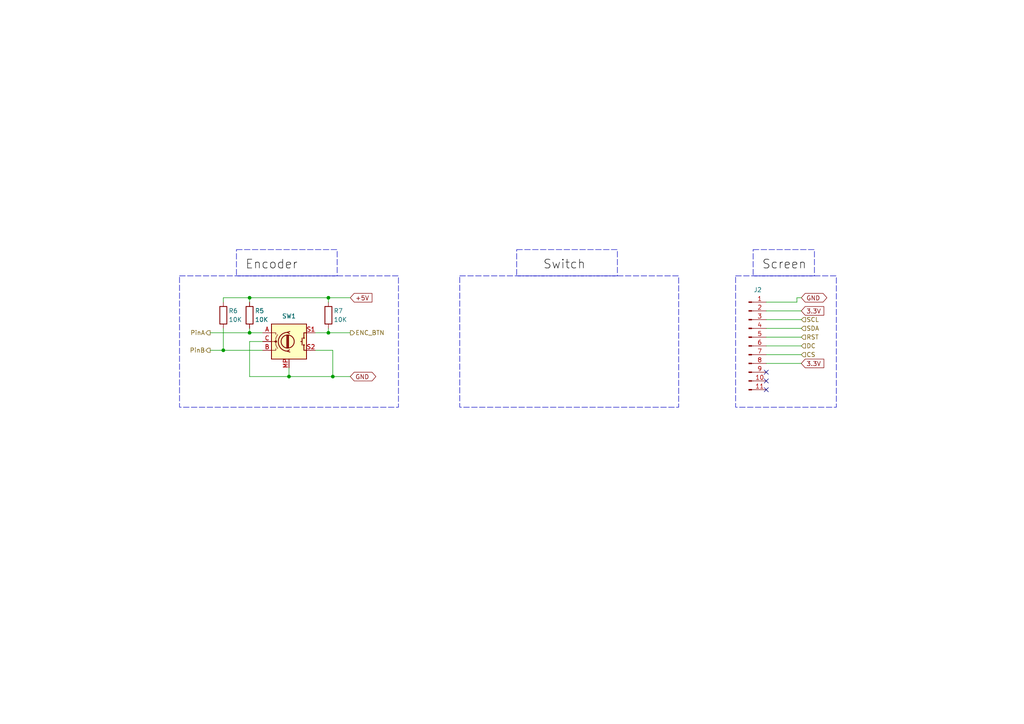
<source format=kicad_sch>
(kicad_sch (version 20250114) (generator "eeschema") (generator_version "9.0")
  (paper "A4")
  (title_block (date "2025-04-03") (rev "0.1") (company "Sounds Like Tim"))
  (lib_symbols
    (symbol "Connector:Conn_01x11_Pin" (pin_names (offset 1.016) (hide yes))
      (property "Reference" "J" (at 0 15.24 0))
      (property "Value" "Conn_01x11_Pin" (at 0 -15.24 0))
      (symbol "Conn_01x11_Pin_1_1"
        (rectangle (start 0.8636 12.827) (end 0 12.573) (stroke (width 0.1524)) (fill (type outline)))
        (rectangle (start 0.8636 10.287) (end 0 10.033) (stroke (width 0.1524)) (fill (type outline)))
        (rectangle (start 0.8636 7.747) (end 0 7.493) (stroke (width 0.1524)) (fill (type outline)))
        (rectangle (start 0.8636 5.207) (end 0 4.953) (stroke (width 0.1524)) (fill (type outline)))
        (rectangle (start 0.8636 2.667) (end 0 2.413) (stroke (width 0.1524)) (fill (type outline)))
        (rectangle (start 0.8636 0.127) (end 0 -0.127) (stroke (width 0.1524)) (fill (type outline)))
        (rectangle (start 0.8636 -2.413) (end 0 -2.667) (stroke (width 0.1524)) (fill (type outline)))
        (rectangle (start 0.8636 -4.953) (end 0 -5.207) (stroke (width 0.1524)) (fill (type outline)))
        (rectangle (start 0.8636 -7.493) (end 0 -7.747) (stroke (width 0.1524)) (fill (type outline)))
        (rectangle (start 0.8636 -10.033) (end 0 -10.287) (stroke (width 0.1524)) (fill (type outline)))
        (rectangle (start 0.8636 -12.573) (end 0 -12.827) (stroke (width 0.1524)) (fill (type outline)))
        (polyline (pts (xy 1.27 12.7) (xy 0.8636 12.7)) (stroke (width 0.1524)))
        (polyline (pts (xy 1.27 10.16) (xy 0.8636 10.16)) (stroke (width 0.1524)))
        (polyline (pts (xy 1.27 7.62) (xy 0.8636 7.62)) (stroke (width 0.1524)))
        (polyline (pts (xy 1.27 5.08) (xy 0.8636 5.08)) (stroke (width 0.1524)))
        (polyline (pts (xy 1.27 2.54) (xy 0.8636 2.54)) (stroke (width 0.1524)))
        (polyline (pts (xy 1.27 0) (xy 0.8636 0)) (stroke (width 0.1524)))
        (polyline (pts (xy 1.27 -2.54) (xy 0.8636 -2.54)) (stroke (width 0.1524)))
        (polyline (pts (xy 1.27 -5.08) (xy 0.8636 -5.08)) (stroke (width 0.1524)))
        (polyline (pts (xy 1.27 -7.62) (xy 0.8636 -7.62)) (stroke (width 0.1524)))
        (polyline (pts (xy 1.27 -10.16) (xy 0.8636 -10.16)) (stroke (width 0.1524)))
        (polyline (pts (xy 1.27 -12.7) (xy 0.8636 -12.7)) (stroke (width 0.1524)))
        (pin passive line (at 5.08 12.7 180) (length 3.81) (name "Pin_1") (number "1"))
        (pin passive line (at 5.08 10.16 180) (length 3.81) (name "Pin_2") (number "2"))
        (pin passive line (at 5.08 7.62 180) (length 3.81) (name "Pin_3") (number "3"))
        (pin passive line (at 5.08 5.08 180) (length 3.81) (name "Pin_4") (number "4"))
        (pin passive line (at 5.08 2.54 180) (length 3.81) (name "Pin_5") (number "5"))
        (pin passive line (at 5.08 0 180) (length 3.81) (name "Pin_6") (number "6"))
        (pin passive line (at 5.08 -2.54 180) (length 3.81) (name "Pin_7") (number "7"))
        (pin passive line (at 5.08 -5.08 180) (length 3.81) (name "Pin_8") (number "8"))
        (pin passive line (at 5.08 -7.62 180) (length 3.81) (name "Pin_9") (number "9"))
        (pin passive line (at 5.08 -10.16 180) (length 3.81) (name "Pin_10") (number "10"))
        (pin passive line (at 5.08 -12.7 180) (length 3.81) (name "Pin_11") (number "11"))
      )
    )
    (symbol "Device:R" (pin_numbers (hide yes)) (pin_names (offset 0))
      (property "Reference" "R" (at 2.032 0 90))
      (property "Value" "R" (at 0 0 90))
      (symbol "R_0_1"
        (rectangle (start -1.016 -2.54) (end 1.016 2.54) (stroke (width 0.254)))
      )
      (symbol "R_1_1"
        (pin passive line (at 0 3.81 270) (length 1.27) (name "~") (number "1"))
        (pin passive line (at 0 -3.81 90) (length 1.27) (name "~") (number "2"))
      )
    )
    (symbol "Device:RotaryEncoder_Switch_MP" (pin_names (offset 0.254) (hide yes))
      (property "Reference" "SW" (at 0 8.89 0))
      (property "Value" "RotaryEncoder_Switch_MP" (at 0 6.35 0))
      (symbol "RotaryEncoder_Switch_MP_0_1"
        (rectangle (start -5.08 5.08) (end 5.08 -5.08) (stroke (width 0.254)) (fill (type background)))
        (polyline (pts (xy -5.08 2.54) (xy -3.81 2.54) (xy -3.81 2.032)))
        (polyline (pts (xy -5.08 0) (xy -3.81 0) (xy -3.81 -1.016) (xy -3.302 -2.032)))
        (polyline (pts (xy -5.08 -2.54) (xy -3.81 -2.54) (xy -3.81 -2.032)))
        (polyline (pts (xy -4.318 0) (xy -3.81 0) (xy -3.81 1.016) (xy -3.302 2.032)))
        (circle (center -3.81 0) (radius 0.254) (fill (type outline)))
        (polyline (pts (xy -0.635 -1.778) (xy -0.635 1.778)) (stroke (width 0.254)))
        (circle (center -0.381 0) (radius 1.905) (stroke (width 0.254)))
        (polyline (pts (xy -0.381 -1.778) (xy -0.381 1.778)) (stroke (width 0.254)))
        (arc (start -0.381 -2.794) (mid -3.0988 -0.0635) (end -0.381 2.667) (stroke (width 0.254)))
        (polyline (pts (xy -0.127 1.778) (xy -0.127 -1.778)) (stroke (width 0.254)))
        (polyline (pts (xy 0.254 2.921) (xy -0.508 2.667) (xy 0.127 2.286)) (stroke (width 0.254)))
        (polyline (pts (xy 0.254 -3.048) (xy -0.508 -2.794) (xy 0.127 -2.413)) (stroke (width 0.254)))
        (polyline (pts (xy 3.81 1.016) (xy 3.81 -1.016)) (stroke (width 0.254)))
        (polyline (pts (xy 3.81 0) (xy 3.429 0)) (stroke (width 0.254)))
        (circle (center 4.318 1.016) (radius 0.127) (stroke (width 0.254)))
        (circle (center 4.318 -1.016) (radius 0.127) (stroke (width 0.254)))
        (polyline (pts (xy 5.08 2.54) (xy 4.318 2.54) (xy 4.318 1.016)) (stroke (width 0.254)))
        (polyline (pts (xy 5.08 -2.54) (xy 4.318 -2.54) (xy 4.318 -1.016)) (stroke (width 0.254)))
      )
      (symbol "RotaryEncoder_Switch_MP_1_1"
        (pin passive line (at -7.62 2.54 0) (length 2.54) (name "A") (number "A"))
        (pin passive line (at -7.62 0 0) (length 2.54) (name "C") (number "C"))
        (pin passive line (at -7.62 -2.54 0) (length 2.54) (name "B") (number "B"))
        (pin passive line (at 0 -7.62 90) (length 2.54) (name "MP") (number "MP"))
        (pin passive line (at 7.62 2.54 180) (length 2.54) (name "S1") (number "S1"))
        (pin passive line (at 7.62 -2.54 180) (length 2.54) (name "S2") (number "S2"))
      )
    )
  )
  (rectangle (start 52.07 80.01) (end 115.57 118.11) (stroke (width 0) (type dash)))
  (rectangle (start 218.44 72.39) (end 236.22 80.01) (stroke (width 0) (type dash)))
  (rectangle (start 149.86 72.39) (end 179.07 80.01) (stroke (width 0) (type dash)))
  (rectangle (start 133.35 80.01) (end 196.85 118.11) (stroke (width 0) (type dash)))
  (rectangle (start 68.58 72.39) (end 97.79 80.01) (stroke (width 0) (type dash)))
  (rectangle (start 213.36 80.01) (end 242.57 118.11) (stroke (width 0) (type dash)))
  (junction (at 95.25 96.52))
  (junction (at 96.52 109.22))
  (junction (at 83.82 109.22))
  (junction (at 72.39 86.36))
  (junction (at 95.25 86.36))
  (junction (at 64.77 101.6))
  (junction (at 72.39 96.52))
  (no_connect (at 222.25 110.49))
  (no_connect (at 222.25 113.03))
  (no_connect (at 222.25 107.95))
  (wire (pts (xy 64.77 86.36) (xy 72.39 86.36)))
  (wire (pts (xy 60.96 101.6) (xy 64.77 101.6)))
  (wire (pts (xy 72.39 86.36) (xy 95.25 86.36)))
  (wire (pts (xy 231.14 86.36) (xy 231.14 87.63)))
  (wire (pts (xy 95.25 86.36) (xy 101.6 86.36)))
  (wire (pts (xy 72.39 99.06) (xy 72.39 109.22)))
  (wire (pts (xy 222.25 90.17) (xy 232.41 90.17)))
  (wire (pts (xy 222.25 105.41) (xy 232.41 105.41)))
  (wire (pts (xy 72.39 109.22) (xy 83.82 109.22)))
  (wire (pts (xy 96.52 109.22) (xy 96.52 101.6)))
  (wire (pts (xy 231.14 87.63) (xy 222.25 87.63)))
  (wire (pts (xy 64.77 101.6) (xy 64.77 95.25)))
  (wire (pts (xy 83.82 109.22) (xy 96.52 109.22)))
  (wire (pts (xy 96.52 101.6) (xy 91.44 101.6)))
  (wire (pts (xy 64.77 86.36) (xy 64.77 87.63)))
  (wire (pts (xy 222.25 92.71) (xy 232.41 92.71)))
  (wire (pts (xy 222.25 102.87) (xy 232.41 102.87)))
  (wire (pts (xy 222.25 100.33) (xy 232.41 100.33)))
  (wire (pts (xy 95.25 95.25) (xy 95.25 96.52)))
  (wire (pts (xy 76.2 99.06) (xy 72.39 99.06)))
  (wire (pts (xy 95.25 96.52) (xy 101.6 96.52)))
  (wire (pts (xy 60.96 96.52) (xy 72.39 96.52)))
  (wire (pts (xy 72.39 96.52) (xy 72.39 95.25)))
  (wire (pts (xy 96.52 109.22) (xy 101.6 109.22)))
  (wire (pts (xy 222.25 97.79) (xy 232.41 97.79)))
  (wire (pts (xy 95.25 86.36) (xy 95.25 87.63)))
  (wire (pts (xy 222.25 95.25) (xy 232.41 95.25)))
  (wire (pts (xy 91.44 96.52) (xy 95.25 96.52)))
  (wire (pts (xy 76.2 96.52) (xy 72.39 96.52)))
  (wire (pts (xy 83.82 106.68) (xy 83.82 109.22)))
  (wire (pts (xy 231.14 86.36) (xy 232.41 86.36)))
  (wire (pts (xy 76.2 101.6) (xy 64.77 101.6)))
  (wire (pts (xy 72.39 87.63) (xy 72.39 86.36)))
  (label "Encoder" (at 71.12 78.74 0) (effects (font (size 2.54 2.54))))
  (label "Screen" (at 220.98 78.74 0) (effects (font (size 2.54 2.54))))
  (label "Switch" (at 157.48 78.74 0) (effects (font (size 2.54 2.54))))
  (global_label "+5V" (shape input) (at 101.6 86.36 0) (property "Intersheetrefs" "${INTERSHEET_REFS}" (effects (hide yes))))
  (global_label "GND" (shape bidirectional) (at 101.6 109.22 0) (property "Intersheetrefs" "${INTERSHEET_REFS}" (effects (hide yes))))
  (global_label "GND" (shape bidirectional) (at 232.41 86.36 0) (property "Intersheetrefs" "${INTERSHEET_REFS}" (effects (hide yes))))
  (global_label "3.3V" (shape input) (at 232.41 105.41 0) (property "Intersheetrefs" "${INTERSHEET_REFS}" (effects (hide yes))))
  (global_label "3.3V" (shape input) (at 232.41 90.17 0) (property "Intersheetrefs" "${INTERSHEET_REFS}" (effects (hide yes))))
  (hierarchical_label "ENC_BTN" (shape output) (at 101.6 96.52 0))
  (hierarchical_label "CS" (shape input) (at 232.41 102.87 0))
  (hierarchical_label "PinB" (shape output) (at 60.96 101.6 180))
  (hierarchical_label "SDA" (shape input) (at 232.41 95.25 0))
  (hierarchical_label "DC" (shape input) (at 232.41 100.33 0))
  (hierarchical_label "PinA" (shape output) (at 60.96 96.52 180))
  (hierarchical_label "SCL" (shape input) (at 232.41 92.71 0))
  (hierarchical_label "RST" (shape input) (at 232.41 97.79 0))
  (symbol (lib_id "Device:R") (at 72.39 91.44 0) (unit 1)
    (property "Reference" "R5" (at 73.914 90.17 0) (effects (justify left)))
    (property "Value" "10K" (at 73.914 92.71 0) (effects (justify left)))
    (property "Description" "Resistor" (effects (hide yes)))
  )
  (symbol (lib_id "Connector:Conn_01x11_Pin") (at 217.17 100.33 0) (unit 1)
    (property "Reference" "J3" (at 220.98 84.074 0) (effects (justify right)))
    (property "Value" "Conn_01x11_Pin" (effects (hide yes)))
    (property "Footprint" "Connector_PinHeader_2.54mm:PinHeader_1x11_P2.54mm_Vertical" (effects (hide yes)))
    (property "Description" "Generic connector, single row, 01x11, script generated" (effects (hide yes)))
    (instances (project "" (path "" (reference "J2") (unit 1)) (path "" (reference "J3") (unit 1))))
  )
  (symbol (lib_id "Device:RotaryEncoder_Switch_MP") (at 83.82 99.06 0) (unit 1)
    (property "Reference" "SW2" (at 83.82 91.694 0))
    (property "Value" "RotaryEncoder_Switch_MP" (effects (hide yes)))
    (property "Footprint" "Rotary_Encoder:RotaryEncoder_Alps_EC11E-Switch_Vertical_H20mm" (effects (hide yes)))
    (property "Description" "Rotary encoder, dual channel, incremental quadrate outputs, with switch and MP Pin" (effects (hide yes)))
    (instances (project "" (path "" (reference "SW1") (unit 1)) (path "" (reference "SW2") (unit 1))))
  )
  (symbol (lib_id "Device:R") (at 95.25 91.44 0) (unit 1)
    (property "Reference" "R7" (at 96.774 90.17 0) (effects (justify left)))
    (property "Value" "10K" (at 96.774 92.71 0) (effects (justify left)))
    (property "Description" "Resistor" (effects (hide yes)))
  )
  (symbol (lib_id "Device:R") (at 64.77 91.44 0) (unit 1)
    (property "Reference" "R6" (at 66.294 90.17 0) (effects (justify left)))
    (property "Value" "10K" (at 66.294 92.71 0) (effects (justify left)))
    (property "Description" "Resistor" (effects (hide yes)))
  )
)
</source>
